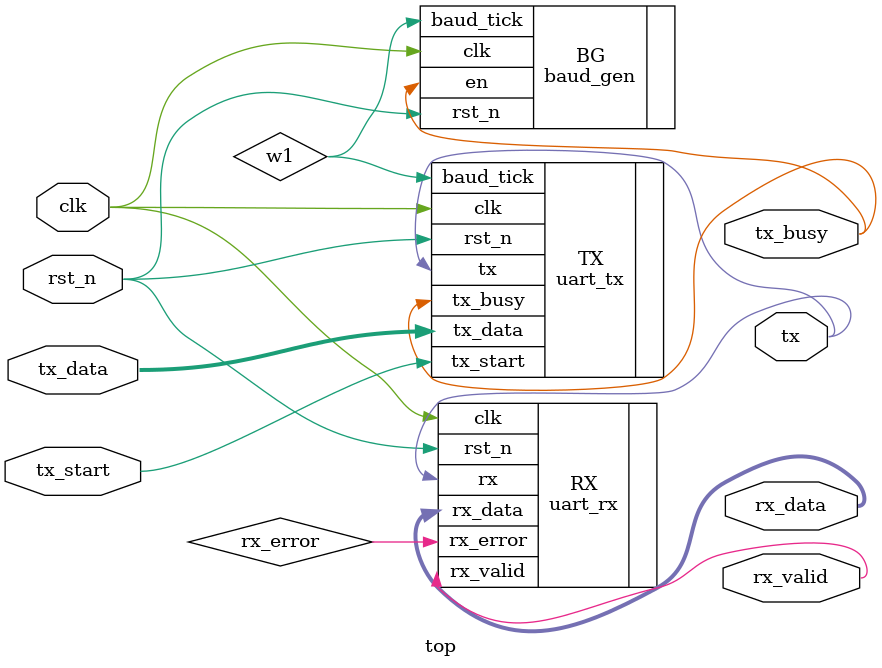
<source format=sv>
`include"baud_gen.sv"
`include"tx.sv"
`include"rx.sv"


module top(
            input clk,
            input rst_n,
            input tx_start,
            input [7:0] tx_data,
            output tx,
            output tx_busy,
            output [7:0] rx_data,
            output rx_valid
          );


baud_gen BG (
              .clk(clk),
              .rst_n(rst_n),
              .en(tx_busy),
              .baud_tick(w1)
            );

uart_tx TX (
            .clk(clk),
            .rst_n(rst_n),
            .tx_start(tx_start),
            .tx_data(tx_data),
            .baud_tick(w1),
            .tx(tx),
            .tx_busy(tx_busy)
           );

uart_rx RX (
                 .clk(clk),
                 .rst_n(rst_n),
                 .rx(tx),            // loopback or external RX pin
                 .rx_data(rx_data),
                 .rx_valid(rx_valid),
                 .rx_error(rx_error)
);

endmodule









</source>
